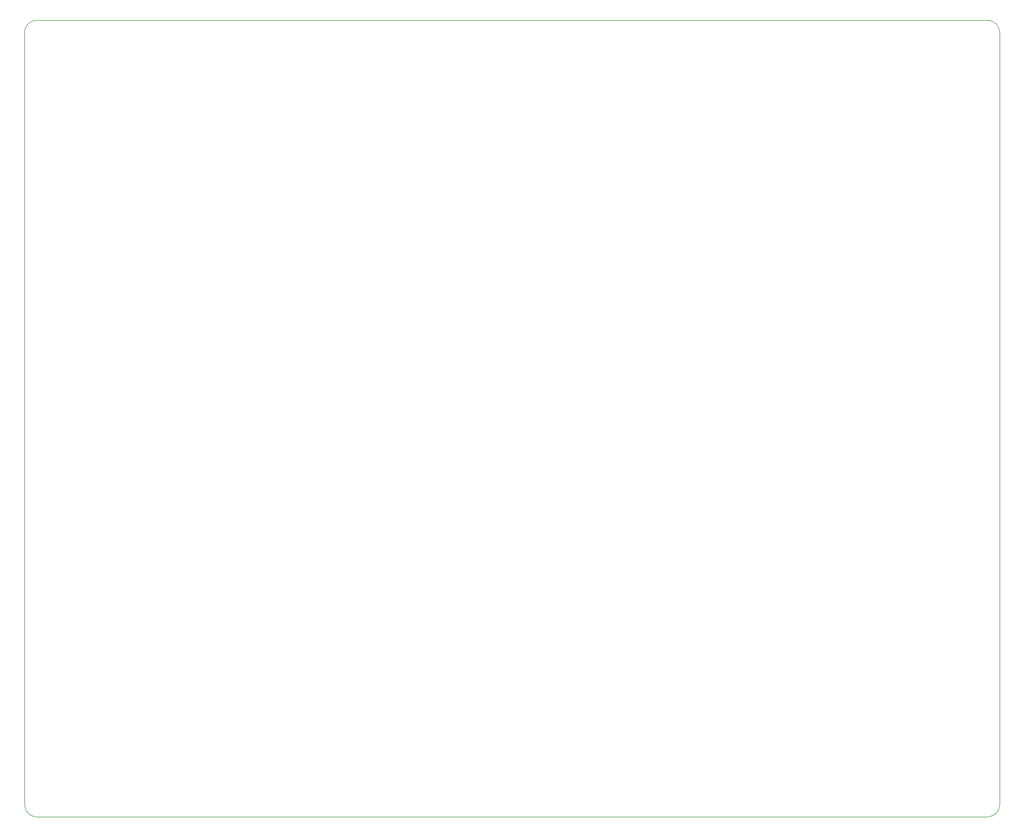
<source format=gbr>
%TF.GenerationSoftware,KiCad,Pcbnew,7.0.9*%
%TF.CreationDate,2024-05-20T07:51:08-06:00*%
%TF.ProjectId,RC11,52433131-2e6b-4696-9361-645f70636258,rev?*%
%TF.SameCoordinates,Original*%
%TF.FileFunction,Profile,NP*%
%FSLAX46Y46*%
G04 Gerber Fmt 4.6, Leading zero omitted, Abs format (unit mm)*
G04 Created by KiCad (PCBNEW 7.0.9) date 2024-05-20 07:51:08*
%MOMM*%
%LPD*%
G01*
G04 APERTURE LIST*
%TA.AperFunction,Profile*%
%ADD10C,0.050000*%
%TD*%
G04 APERTURE END LIST*
D10*
X20000000Y-32000000D02*
X20000000Y-158000000D01*
X22000000Y-160000000D02*
X177000000Y-160000000D01*
X179000000Y-32000000D02*
X179000000Y-158000000D01*
X177000000Y-160000000D02*
G75*
G03*
X179000000Y-158000000I0J2000000D01*
G01*
X20000000Y-158000000D02*
G75*
G03*
X22000000Y-160000000I2000000J0D01*
G01*
X22000000Y-30000000D02*
G75*
G03*
X20000000Y-32000000I0J-2000000D01*
G01*
X22000000Y-30000000D02*
X177000000Y-30000000D01*
X179000000Y-32000000D02*
G75*
G03*
X177000000Y-30000000I-2000000J0D01*
G01*
M02*

</source>
